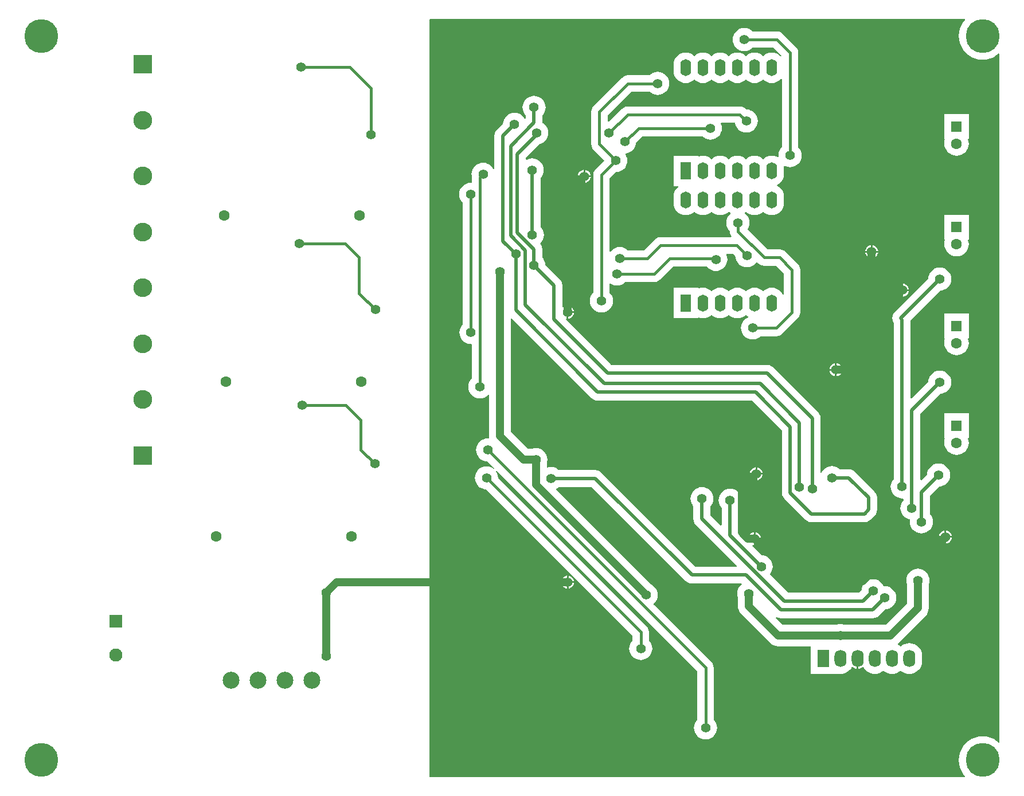
<source format=gtl>
G04*
G04 #@! TF.GenerationSoftware,Altium Limited,Altium Designer,18.0.7 (293)*
G04*
G04 Layer_Physical_Order=1*
G04 Layer_Color=255*
%FSTAX24Y24*%
%MOIN*%
G70*
G01*
G75*
%ADD24C,0.0472*%
%ADD25C,0.0197*%
%ADD26C,0.0157*%
%ADD27C,0.0630*%
%ADD28R,0.1093X0.1093*%
%ADD29C,0.1093*%
%ADD30R,0.0630X0.0984*%
%ADD31O,0.0630X0.0984*%
%ADD32C,0.0984*%
%ADD33C,0.0768*%
%ADD34R,0.0768X0.0768*%
%ADD35O,0.0700X0.1000*%
%ADD36R,0.0700X0.1000*%
%ADD37R,0.0630X0.0630*%
%ADD38C,0.0551*%
%ADD39C,0.1969*%
G36*
X05689Y051996D02*
X056788Y051877D01*
X056675Y051692D01*
X056592Y051492D01*
X056541Y051281D01*
X056524Y051065D01*
X056541Y050849D01*
X056592Y050638D01*
X056675Y050437D01*
X056788Y050253D01*
X056929Y050088D01*
X057094Y049947D01*
X057279Y049833D01*
X057479Y04975D01*
X05769Y0497D01*
X057906Y049683D01*
X058123Y0497D01*
X058333Y04975D01*
X058534Y049833D01*
X058719Y049947D01*
X058838Y050048D01*
X058888Y050025D01*
X058888Y009979D01*
X058838Y009956D01*
X058719Y010057D01*
X058534Y010171D01*
X058333Y010254D01*
X058123Y010304D01*
X057906Y010321D01*
X05769Y010304D01*
X057479Y010254D01*
X057279Y010171D01*
X057094Y010057D01*
X056929Y009916D01*
X056788Y009751D01*
X056675Y009566D01*
X056592Y009366D01*
X056541Y009155D01*
X056524Y008939D01*
X056541Y008723D01*
X056592Y008512D01*
X056675Y008311D01*
X056788Y008127D01*
X05689Y008008D01*
X056867Y007958D01*
X025756D01*
X025741Y052011D01*
X025777Y052046D01*
X056867D01*
X05689Y051996D01*
D02*
G37*
%LPC*%
G36*
X044051Y051529D02*
X04392Y051516D01*
X043794Y051478D01*
X043678Y051415D01*
X043576Y051332D01*
X043492Y05123D01*
X04343Y051114D01*
X043392Y050988D01*
X043379Y050856D01*
X043392Y050725D01*
X04343Y050599D01*
X043492Y050483D01*
X043576Y050381D01*
X043678Y050297D01*
X043794Y050235D01*
X04392Y050197D01*
X044051Y050184D01*
X044182Y050197D01*
X044309Y050235D01*
X044425Y050297D01*
X044516Y050372D01*
X044524Y050378D01*
X044526Y05038D01*
X045753D01*
X046222Y049911D01*
X046219Y049885D01*
X046166Y04987D01*
X04615Y04989D01*
X046042Y049979D01*
X045919Y050045D01*
X045785Y050085D01*
X045646Y050099D01*
X045507Y050085D01*
X045374Y050045D01*
X04525Y049979D01*
X045146Y049893D01*
X045042Y049979D01*
X044919Y050045D01*
X044785Y050085D01*
X044646Y050099D01*
X044507Y050085D01*
X044373Y050045D01*
X04425Y049979D01*
X044146Y049893D01*
X044042Y049979D01*
X043919Y050045D01*
X043785Y050085D01*
X043646Y050099D01*
X043507Y050085D01*
X043373Y050045D01*
X04325Y049979D01*
X043146Y049893D01*
X043042Y049979D01*
X042919Y050045D01*
X042785Y050085D01*
X042646Y050099D01*
X042507Y050085D01*
X042373Y050045D01*
X04225Y049979D01*
X042146Y049893D01*
X042042Y049979D01*
X041919Y050045D01*
X041785Y050085D01*
X041646Y050099D01*
X041507Y050085D01*
X041374Y050045D01*
X04125Y049979D01*
X041146Y049893D01*
X041042Y049979D01*
X040919Y050045D01*
X040785Y050085D01*
X040646Y050099D01*
X040507Y050085D01*
X040374Y050045D01*
X04025Y049979D01*
X040142Y04989D01*
X040054Y049783D01*
X039988Y049659D01*
X039948Y049526D01*
X039934Y049387D01*
Y049033D01*
X039948Y048894D01*
X039988Y04876D01*
X040054Y048637D01*
X040142Y048529D01*
X04025Y048441D01*
X040374Y048375D01*
X040507Y048334D01*
X040646Y048321D01*
X040785Y048334D01*
X040919Y048375D01*
X041042Y048441D01*
X041146Y048526D01*
X04125Y048441D01*
X041374Y048375D01*
X041507Y048334D01*
X041646Y048321D01*
X041785Y048334D01*
X041919Y048375D01*
X042042Y048441D01*
X042146Y048526D01*
X04225Y048441D01*
X042373Y048375D01*
X042507Y048334D01*
X042646Y048321D01*
X042785Y048334D01*
X042919Y048375D01*
X043042Y048441D01*
X043146Y048526D01*
X04325Y048441D01*
X043373Y048375D01*
X043507Y048334D01*
X043646Y048321D01*
X043785Y048334D01*
X043919Y048375D01*
X044042Y048441D01*
X044146Y048526D01*
X04425Y048441D01*
X044373Y048375D01*
X044507Y048334D01*
X044646Y048321D01*
X044785Y048334D01*
X044919Y048375D01*
X045042Y048441D01*
X045146Y048526D01*
X04525Y048441D01*
X045374Y048375D01*
X045507Y048334D01*
X045646Y048321D01*
X045785Y048334D01*
X045919Y048375D01*
X046042Y048441D01*
X04615Y048529D01*
X046185Y048572D01*
X046232Y048556D01*
Y044579D01*
X04623Y044577D01*
X046224Y044569D01*
X046149Y044478D01*
X046087Y044362D01*
X046049Y044236D01*
X046036Y044104D01*
X046043Y044035D01*
X045996Y044004D01*
X045919Y044045D01*
X045785Y044085D01*
X045646Y044099D01*
X045507Y044085D01*
X045374Y044045D01*
X04525Y043979D01*
X045146Y043893D01*
X045042Y043979D01*
X044919Y044045D01*
X044785Y044085D01*
X044646Y044099D01*
X044507Y044085D01*
X044373Y044045D01*
X04425Y043979D01*
X044146Y043893D01*
X044042Y043979D01*
X043919Y044045D01*
X043785Y044085D01*
X043646Y044099D01*
X043507Y044085D01*
X043373Y044045D01*
X04325Y043979D01*
X043146Y043893D01*
X043042Y043979D01*
X042919Y044045D01*
X042785Y044085D01*
X042646Y044099D01*
X042507Y044085D01*
X042373Y044045D01*
X04225Y043979D01*
X042146Y043893D01*
X042042Y043979D01*
X041919Y044045D01*
X041785Y044085D01*
X041646Y044099D01*
X041507Y044085D01*
X041405Y044054D01*
X041355Y044089D01*
Y044096D01*
X039937D01*
Y042324D01*
X040202D01*
X04022Y042274D01*
X040142Y04221D01*
X040054Y042102D01*
X039988Y041979D01*
X039948Y041846D01*
X039934Y041707D01*
Y041352D01*
X039948Y041213D01*
X039988Y04108D01*
X040054Y040957D01*
X040142Y040849D01*
X04025Y04076D01*
X040374Y040694D01*
X040507Y040654D01*
X040646Y04064D01*
X040785Y040654D01*
X040919Y040694D01*
X041042Y04076D01*
X041146Y040846D01*
X04125Y04076D01*
X041374Y040694D01*
X041507Y040654D01*
X041646Y04064D01*
X041785Y040654D01*
X041919Y040694D01*
X042042Y04076D01*
X042146Y040846D01*
X04225Y04076D01*
X042373Y040694D01*
X042507Y040654D01*
X042646Y04064D01*
X042785Y040654D01*
X042919Y040694D01*
X043042Y04076D01*
X043146Y040846D01*
X04324Y040769D01*
X04325Y040712D01*
X043202Y040672D01*
X043118Y04057D01*
X043056Y040454D01*
X043018Y040328D01*
X043005Y040197D01*
X043018Y040066D01*
X043056Y039939D01*
X043118Y039823D01*
X043193Y039732D01*
X043199Y039724D01*
X043201Y039722D01*
Y039695D01*
X043217Y039572D01*
X043264Y039457D01*
X043305Y039404D01*
X04328Y039354D01*
X039169D01*
X039046Y039338D01*
X038931Y039291D01*
X038832Y039215D01*
X038204Y038587D01*
X037292D01*
X03729Y038589D01*
X037282Y038595D01*
X037191Y038669D01*
X037074Y038732D01*
X036948Y03877D01*
X036817Y038783D01*
X036686Y03877D01*
X03656Y038732D01*
X036443Y038669D01*
X036341Y038586D01*
X036271Y038501D01*
X036221Y038518D01*
Y042786D01*
X036572Y043136D01*
X036575Y043136D01*
X036585Y043138D01*
X036702Y043149D01*
X036828Y043188D01*
X036944Y04325D01*
X037046Y043334D01*
X03713Y043435D01*
X037192Y043552D01*
X03723Y043678D01*
X037243Y043809D01*
X03723Y04394D01*
X037192Y044066D01*
X03713Y044183D01*
X037152Y044234D01*
X037233Y044242D01*
X03736Y04428D01*
X037476Y044343D01*
X037578Y044426D01*
X037661Y044528D01*
X037724Y044644D01*
X037762Y044771D01*
X037773Y044888D01*
X037775Y044898D01*
X037775Y044901D01*
X038097Y045222D01*
X041598D01*
X0416Y04522D01*
X041608Y045214D01*
X041699Y04514D01*
X041815Y045077D01*
X041942Y045039D01*
X042073Y045026D01*
X042204Y045039D01*
X04233Y045077D01*
X042446Y04514D01*
X042548Y045223D01*
X042632Y045325D01*
X042694Y045441D01*
X042732Y045568D01*
X042745Y045699D01*
X042732Y04583D01*
X042694Y045956D01*
X042688Y045967D01*
X042714Y04601D01*
X043507D01*
X04351Y045981D01*
X043548Y045855D01*
X04361Y045739D01*
X043694Y045637D01*
X043796Y045553D01*
X043912Y045491D01*
X044038Y045453D01*
X044169Y04544D01*
X0443Y045453D01*
X044427Y045491D01*
X044543Y045553D01*
X044645Y045637D01*
X044728Y045739D01*
X044791Y045855D01*
X044829Y045981D01*
X044842Y046112D01*
X044829Y046243D01*
X044791Y04637D01*
X044728Y046486D01*
X044645Y046588D01*
X044543Y046671D01*
X044427Y046734D01*
X0443Y046772D01*
X044183Y046783D01*
X044174Y046785D01*
X044171Y046785D01*
X044132Y046823D01*
X044034Y046899D01*
X043919Y046947D01*
X043795Y046963D01*
X03727D01*
X037146Y046947D01*
X037031Y046899D01*
X036933Y046823D01*
X036184Y046074D01*
X036181Y046074D01*
X036171Y046073D01*
X03614Y04607D01*
X036102Y046103D01*
Y046446D01*
X037477Y047821D01*
X038537D01*
X038539Y047819D01*
X038547Y047813D01*
X038638Y047738D01*
X038754Y047676D01*
X038881Y047638D01*
X039012Y047625D01*
X039143Y047638D01*
X039269Y047676D01*
X039385Y047738D01*
X039487Y047822D01*
X039571Y047924D01*
X039633Y04804D01*
X039671Y048166D01*
X039684Y048297D01*
X039671Y048428D01*
X039633Y048555D01*
X039571Y048671D01*
X039487Y048773D01*
X039385Y048856D01*
X039269Y048919D01*
X039143Y048957D01*
X039012Y04897D01*
X038881Y048957D01*
X038754Y048919D01*
X038638Y048856D01*
X038547Y048782D01*
X038539Y048776D01*
X038537Y048774D01*
X03728D01*
X037156Y048758D01*
X037041Y04871D01*
X036943Y048634D01*
X035289Y046981D01*
X035213Y046882D01*
X035166Y046767D01*
X035149Y046644D01*
Y044774D01*
X035166Y04465D01*
X035213Y044535D01*
X035289Y044437D01*
X0359Y043826D01*
X0359Y043823D01*
X035898Y043813D01*
X035898Y04381D01*
X035408Y04332D01*
X035332Y043221D01*
X035285Y043106D01*
X035268Y042983D01*
Y03613D01*
X035266Y036128D01*
X03526Y03612D01*
X035186Y036029D01*
X035124Y035913D01*
X035085Y035787D01*
X035072Y035656D01*
X035085Y035524D01*
X035124Y035398D01*
X035186Y035282D01*
X035269Y03518D01*
X035371Y035096D01*
X035488Y035034D01*
X035614Y034996D01*
X035745Y034983D01*
X035876Y034996D01*
X036002Y035034D01*
X036119Y035096D01*
X03622Y03518D01*
X036304Y035282D01*
X036366Y035398D01*
X036404Y035524D01*
X036417Y035656D01*
X036404Y035787D01*
X036366Y035913D01*
X036304Y036029D01*
X036229Y03612D01*
X036223Y036128D01*
X036221Y03613D01*
Y036654D01*
X036267Y036676D01*
X036283Y036662D01*
X036399Y0366D01*
X036525Y036562D01*
X036656Y036549D01*
X036788Y036562D01*
X036914Y0366D01*
X03703Y036662D01*
X037121Y036737D01*
X037129Y036743D01*
X037131Y036745D01*
X038812D01*
X038935Y036761D01*
X03905Y036809D01*
X039149Y036885D01*
X039918Y037653D01*
X041866D01*
X041922Y037585D01*
X042024Y037502D01*
X04214Y03744D01*
X042266Y037401D01*
X042398Y037388D01*
X042529Y037401D01*
X042655Y03744D01*
X042771Y037502D01*
X042873Y037585D01*
X042957Y037687D01*
X043019Y037804D01*
X043057Y03793D01*
X04307Y038061D01*
X043057Y038192D01*
X043019Y038318D01*
X042998Y038359D01*
X043023Y038401D01*
X043411D01*
X043526Y038286D01*
X043526Y038283D01*
X043528Y038273D01*
X043539Y038156D01*
X043577Y03803D01*
X04364Y037914D01*
X043723Y037812D01*
X043825Y037728D01*
X043941Y037666D01*
X044068Y037628D01*
X044199Y037615D01*
X04433Y037628D01*
X044456Y037666D01*
X044572Y037728D01*
X044674Y037812D01*
X044738Y037889D01*
X044801Y037897D01*
X044866Y037832D01*
X044964Y037757D01*
X045079Y037709D01*
X045203Y037693D01*
X045911D01*
X04635Y037253D01*
Y036018D01*
X046343Y036013D01*
X046278Y036028D01*
X046238Y036102D01*
X04615Y03621D01*
X046042Y036299D01*
X045919Y036365D01*
X045785Y036405D01*
X045646Y036419D01*
X045507Y036405D01*
X045374Y036365D01*
X04525Y036299D01*
X045146Y036213D01*
X045042Y036299D01*
X044919Y036365D01*
X044785Y036405D01*
X044646Y036419D01*
X044507Y036405D01*
X044373Y036365D01*
X04425Y036299D01*
X044146Y036213D01*
X044042Y036299D01*
X043919Y036365D01*
X043785Y036405D01*
X043646Y036419D01*
X043507Y036405D01*
X043373Y036365D01*
X04325Y036299D01*
X043146Y036213D01*
X043042Y036299D01*
X042919Y036365D01*
X042785Y036405D01*
X042646Y036419D01*
X042507Y036405D01*
X042373Y036365D01*
X04225Y036299D01*
X042146Y036213D01*
X042042Y036299D01*
X041919Y036365D01*
X041785Y036405D01*
X041646Y036419D01*
X041507Y036405D01*
X041405Y036374D01*
X041355Y036409D01*
Y036415D01*
X039937D01*
Y034644D01*
X041355D01*
Y03465D01*
X041405Y034685D01*
X041507Y034654D01*
X041646Y03464D01*
X041785Y034654D01*
X041919Y034694D01*
X042042Y03476D01*
X042146Y034846D01*
X04225Y03476D01*
X042373Y034694D01*
X042507Y034654D01*
X042646Y03464D01*
X042785Y034654D01*
X042919Y034694D01*
X043042Y03476D01*
X043146Y034846D01*
X04325Y03476D01*
X043373Y034694D01*
X043507Y034654D01*
X043646Y03464D01*
X043785Y034654D01*
X043919Y034694D01*
X044042Y03476D01*
X044146Y034846D01*
X04425Y03476D01*
X044281Y034744D01*
X04428Y034732D01*
X04427Y034693D01*
X04416Y034634D01*
X044058Y03455D01*
X043974Y034448D01*
X043912Y034332D01*
X043874Y034206D01*
X043861Y034075D01*
X043874Y033944D01*
X043912Y033817D01*
X043974Y033701D01*
X044058Y033599D01*
X04416Y033516D01*
X044276Y033453D01*
X044402Y033415D01*
X044533Y033402D01*
X044665Y033415D01*
X044791Y033453D01*
X044907Y033516D01*
X044998Y03359D01*
X045006Y033596D01*
X045008Y033598D01*
X045911D01*
X046035Y033615D01*
X04615Y033662D01*
X046248Y033738D01*
X047164Y034653D01*
X047239Y034752D01*
X047287Y034867D01*
X047303Y03499D01*
Y037451D01*
X047287Y037574D01*
X047239Y037689D01*
X047164Y037788D01*
X046445Y038506D01*
X046347Y038582D01*
X046232Y03863D01*
X046108Y038646D01*
X0454D01*
X04423Y039816D01*
X044236Y039823D01*
X044299Y039939D01*
X044337Y040066D01*
X04435Y040197D01*
X044337Y040328D01*
X044299Y040454D01*
X044236Y04057D01*
X044153Y040672D01*
X044083Y04073D01*
Y040794D01*
X044146Y040846D01*
X04425Y04076D01*
X044373Y040694D01*
X044507Y040654D01*
X044646Y04064D01*
X044785Y040654D01*
X044919Y040694D01*
X045042Y04076D01*
X045146Y040846D01*
X04525Y04076D01*
X045374Y040694D01*
X045507Y040654D01*
X045646Y04064D01*
X045785Y040654D01*
X045919Y040694D01*
X046042Y04076D01*
X04615Y040849D01*
X046238Y040957D01*
X046304Y04108D01*
X046344Y041213D01*
X046358Y041352D01*
Y041707D01*
X046344Y041846D01*
X046304Y041979D01*
X046238Y042102D01*
X04615Y04221D01*
X046042Y042299D01*
X045962Y042341D01*
Y042398D01*
X046042Y042441D01*
X04615Y042529D01*
X046238Y042637D01*
X046304Y04276D01*
X046344Y042894D01*
X046358Y043033D01*
Y043387D01*
X046349Y043481D01*
X046396Y043513D01*
X046451Y043483D01*
X046577Y043445D01*
X046709Y043432D01*
X04684Y043445D01*
X046966Y043483D01*
X047082Y043545D01*
X047184Y043629D01*
X047268Y043731D01*
X04733Y043847D01*
X047368Y043973D01*
X047381Y044104D01*
X047368Y044236D01*
X04733Y044362D01*
X047268Y044478D01*
X047193Y044569D01*
X047187Y044577D01*
X047185Y044579D01*
Y050098D01*
X047169Y050222D01*
X047121Y050337D01*
X047046Y050435D01*
X046288Y051193D01*
X046189Y051269D01*
X046074Y051317D01*
X045951Y051333D01*
X044526D01*
X044524Y051335D01*
X044516Y051341D01*
X044425Y051415D01*
X044309Y051478D01*
X044182Y051516D01*
X044051Y051529D01*
D02*
G37*
G36*
X031827Y047574D02*
X031696Y047561D01*
X031569Y047523D01*
X031453Y047461D01*
X031351Y047377D01*
X031268Y047275D01*
X031205Y047159D01*
X031167Y047033D01*
X031154Y046902D01*
X031167Y046771D01*
X031205Y046644D01*
X031268Y046528D01*
X03133Y046452D01*
Y046262D01*
X03128Y04625D01*
X031254Y046299D01*
X03117Y046401D01*
X031069Y046484D01*
X030952Y046547D01*
X030826Y046585D01*
X030695Y046598D01*
X030564Y046585D01*
X030438Y046547D01*
X030321Y046484D01*
X030219Y046401D01*
X030136Y046299D01*
X030074Y046183D01*
X030035Y046056D01*
X030026Y045958D01*
X029675Y045607D01*
X029596Y045504D01*
X029546Y045384D01*
X029529Y045256D01*
Y043302D01*
X029479Y04329D01*
X029428Y043385D01*
X029344Y043487D01*
X029243Y043571D01*
X029126Y043633D01*
X029Y043671D01*
X028869Y043684D01*
X028738Y043671D01*
X028612Y043633D01*
X028495Y043571D01*
X028393Y043487D01*
X02831Y043385D01*
X028248Y043269D01*
X028209Y043143D01*
X028196Y043012D01*
X028201Y042969D01*
X0282Y042964D01*
X028201Y042747D01*
Y042551D01*
X028164Y042517D01*
X028148Y042519D01*
X028017Y042506D01*
X027891Y042468D01*
X027775Y042406D01*
X027673Y042322D01*
X027589Y04222D01*
X027527Y042104D01*
X027489Y041978D01*
X027476Y041846D01*
X027489Y041715D01*
X027527Y041589D01*
X027589Y041473D01*
X027673Y041371D01*
X027679Y041366D01*
X02768Y041365D01*
Y034284D01*
X027678Y034282D01*
X027672Y034274D01*
X027597Y034183D01*
X027535Y034066D01*
X027497Y03394D01*
X027484Y033809D01*
X027497Y033678D01*
X027535Y033552D01*
X027597Y033435D01*
X027681Y033334D01*
X027783Y03325D01*
X027899Y033188D01*
X028025Y033149D01*
X028156Y033137D01*
X028164Y033137D01*
X028201Y033104D01*
Y031128D01*
X028199Y031126D01*
X028193Y031118D01*
X028119Y031027D01*
X028057Y030911D01*
X028018Y030785D01*
X028005Y030654D01*
X028018Y030522D01*
X028057Y030396D01*
X028119Y03028D01*
X028202Y030178D01*
X028304Y030094D01*
X028421Y030032D01*
X028547Y029994D01*
X028678Y029981D01*
X028809Y029994D01*
X028935Y030032D01*
X029052Y030094D01*
X029153Y030178D01*
X029168Y030196D01*
X029215Y030179D01*
Y027776D01*
X029224Y02769D01*
X02918Y027644D01*
X029131Y027649D01*
X029Y027636D01*
X028873Y027598D01*
X028757Y027536D01*
X028655Y027452D01*
X028572Y02735D01*
X028509Y027234D01*
X028471Y027108D01*
X028458Y026976D01*
X028471Y026845D01*
X028509Y026719D01*
X028572Y026603D01*
X028655Y026501D01*
X028757Y026417D01*
X028873Y026355D01*
X029Y026317D01*
X029117Y026305D01*
X029126Y026304D01*
X029129Y026304D01*
X029502Y025931D01*
X029469Y025894D01*
X029437Y025919D01*
X029321Y025982D01*
X029195Y02602D01*
X029064Y026033D01*
X028933Y02602D01*
X028806Y025982D01*
X02869Y025919D01*
X028588Y025836D01*
X028505Y025734D01*
X028442Y025618D01*
X028404Y025491D01*
X028391Y02536D01*
X028404Y025229D01*
X028442Y025103D01*
X028505Y024987D01*
X028588Y024885D01*
X02869Y024801D01*
X028806Y024739D01*
X028933Y024701D01*
X02905Y024689D01*
X02906Y024688D01*
X029063Y024688D01*
X037554Y016196D01*
Y015906D01*
X037552Y015904D01*
X037546Y015896D01*
X037471Y015805D01*
X037409Y015688D01*
X037371Y015562D01*
X037358Y015431D01*
X037371Y0153D01*
X037409Y015174D01*
X037471Y015057D01*
X037555Y014956D01*
X037657Y014872D01*
X037773Y01481D01*
X037899Y014771D01*
X03803Y014759D01*
X038162Y014771D01*
X038288Y01481D01*
X038404Y014872D01*
X038506Y014956D01*
X038589Y015057D01*
X038652Y015174D01*
X03869Y0153D01*
X038703Y015431D01*
X03869Y015562D01*
X038652Y015688D01*
X038589Y015805D01*
X038515Y015896D01*
X038509Y015904D01*
X038507Y015906D01*
Y016394D01*
X038491Y016517D01*
X038443Y016632D01*
X038367Y016731D01*
X029736Y025361D01*
X029736Y025364D01*
X029735Y025374D01*
X029723Y025491D01*
X029685Y025618D01*
X029623Y025734D01*
X029597Y025765D01*
X029634Y025799D01*
X041323Y01411D01*
Y01129D01*
X041321Y011288D01*
X041315Y01128D01*
X041241Y011189D01*
X041179Y011072D01*
X04114Y010946D01*
X041127Y010815D01*
X04114Y010684D01*
X041179Y010558D01*
X041241Y010441D01*
X041324Y010339D01*
X041426Y010256D01*
X041543Y010194D01*
X041669Y010155D01*
X0418Y010142D01*
X041931Y010155D01*
X042057Y010194D01*
X042174Y010256D01*
X042276Y010339D01*
X042359Y010441D01*
X042421Y010558D01*
X04246Y010684D01*
X042473Y010815D01*
X04246Y010946D01*
X042421Y011072D01*
X042359Y011189D01*
X042284Y01128D01*
X042279Y011288D01*
X042277Y01129D01*
Y014307D01*
X04226Y01443D01*
X042213Y014545D01*
X042137Y014644D01*
X038791Y01799D01*
X038794Y01804D01*
X038828Y018068D01*
X038912Y01817D01*
X038974Y018286D01*
X039012Y018412D01*
X039025Y018543D01*
X039012Y018675D01*
X038974Y018801D01*
X038912Y018917D01*
X038828Y019019D01*
X038726Y019102D01*
X038645Y019146D01*
X033117Y024674D01*
X033124Y024723D01*
X033185Y024756D01*
X033261Y024819D01*
X035184D01*
X040649Y019354D01*
X040752Y019275D01*
X040872Y019225D01*
X041Y019208D01*
X043886D01*
X043903Y019158D01*
X043841Y019107D01*
X043758Y019006D01*
X043696Y018889D01*
X043657Y018763D01*
X043644Y018632D01*
X043657Y018501D01*
X043684Y018413D01*
Y017894D01*
X043696Y01777D01*
X043732Y017651D01*
X043791Y017542D01*
X043869Y017446D01*
X045572Y015743D01*
X045572Y015743D01*
X045668Y015665D01*
X045777Y015606D01*
X045896Y01557D01*
X04602Y015558D01*
X04602Y015558D01*
X047901D01*
Y013956D01*
X049388D01*
Y013959D01*
X049428Y013988D01*
X049499Y013967D01*
X049644Y013953D01*
X04979Y013967D01*
X04993Y01401D01*
X05006Y014079D01*
X050173Y014172D01*
X050266Y014285D01*
X050294Y014338D01*
X050359Y014352D01*
X050418Y014307D01*
X050527Y014262D01*
X050594Y014253D01*
Y01485D01*
X050694D01*
Y014253D01*
X050762Y014262D01*
X050871Y014307D01*
X05093Y014352D01*
X050995Y014338D01*
X051023Y014285D01*
X051116Y014172D01*
X051229Y014079D01*
X051359Y01401D01*
X051499Y013967D01*
X051644Y013953D01*
X05179Y013967D01*
X05193Y01401D01*
X05206Y014079D01*
X052144Y014148D01*
X052229Y014079D01*
X052359Y01401D01*
X052499Y013967D01*
X052644Y013953D01*
X05279Y013967D01*
X05293Y01401D01*
X05306Y014079D01*
X053144Y014148D01*
X053229Y014079D01*
X053359Y01401D01*
X053499Y013967D01*
X053644Y013953D01*
X05379Y013967D01*
X05393Y01401D01*
X05406Y014079D01*
X054173Y014172D01*
X054266Y014285D01*
X054335Y014414D01*
X054377Y014554D01*
X054392Y0147D01*
Y015D01*
X054377Y015146D01*
X054335Y015286D01*
X054266Y015415D01*
X054173Y015528D01*
X05406Y015621D01*
X05393Y01569D01*
X05379Y015733D01*
X053644Y015747D01*
X053499Y015733D01*
X053359Y01569D01*
X053229Y015621D01*
X053144Y015552D01*
X05306Y015621D01*
X052975Y015667D01*
X05297Y015716D01*
X053003Y015743D01*
X054587Y017328D01*
X054666Y017424D01*
X054725Y017533D01*
X054761Y017652D01*
X054773Y017776D01*
X054773Y017776D01*
Y019181D01*
X054799Y019268D01*
X054812Y0194D01*
X054799Y019531D01*
X054761Y019657D01*
X054699Y019773D01*
X054615Y019875D01*
X054513Y019959D01*
X054397Y020021D01*
X054271Y020059D01*
X05414Y020072D01*
X054009Y020059D01*
X053882Y020021D01*
X053766Y019959D01*
X053664Y019875D01*
X053581Y019773D01*
X053518Y019657D01*
X05348Y019531D01*
X053467Y0194D01*
X05348Y019268D01*
X053507Y019181D01*
Y018038D01*
X052293Y016824D01*
X049851D01*
X049763Y016851D01*
X049632Y016863D01*
X049501Y016851D01*
X049413Y016824D01*
X046282D01*
X045887Y017219D01*
X045919Y017257D01*
X046039Y017208D01*
X046167Y017191D01*
X051522D01*
X05165Y017208D01*
X05177Y017257D01*
X051873Y017336D01*
X052253Y017717D01*
X052352Y017726D01*
X052478Y017764D01*
X052594Y017827D01*
X052696Y01791D01*
X05278Y018012D01*
X052842Y018128D01*
X05288Y018255D01*
X052893Y018386D01*
X05288Y018517D01*
X052842Y018643D01*
X05278Y018759D01*
X052696Y018861D01*
X052594Y018945D01*
X052478Y019007D01*
X052352Y019045D01*
X05222Y019058D01*
X05216Y019052D01*
X052101Y019163D01*
X052017Y019265D01*
X051915Y019349D01*
X051799Y019411D01*
X051673Y019449D01*
X051541Y019462D01*
X05141Y019449D01*
X051284Y019411D01*
X051168Y019349D01*
X051066Y019265D01*
X050982Y019163D01*
X05092Y019047D01*
X050882Y018921D01*
X050872Y018822D01*
X050725Y018676D01*
X046599D01*
X04553Y019745D01*
X045595Y019823D01*
X045657Y019939D01*
X045695Y020066D01*
X045708Y020197D01*
X045695Y020328D01*
X045657Y020454D01*
X045595Y02057D01*
X045511Y020672D01*
X045409Y020756D01*
X045293Y020818D01*
X045167Y020856D01*
X045068Y020866D01*
X044514Y02142D01*
X044543Y021462D01*
X044549Y02146D01*
X044597Y021453D01*
Y021776D01*
X044274D01*
X044281Y021728D01*
X044283Y021722D01*
X044241Y021694D01*
X043726Y022209D01*
Y023603D01*
X043788Y02368D01*
X04385Y023796D01*
X043889Y023922D01*
X043902Y024053D01*
X043889Y024184D01*
X04385Y024311D01*
X043788Y024427D01*
X043705Y024529D01*
X043603Y024612D01*
X043486Y024674D01*
X04336Y024713D01*
X043229Y024726D01*
X043098Y024713D01*
X042972Y024674D01*
X042856Y024612D01*
X042754Y024529D01*
X04267Y024427D01*
X042608Y024311D01*
X04257Y024184D01*
X042557Y024053D01*
X04257Y023922D01*
X042608Y023796D01*
X04267Y02368D01*
X042733Y023603D01*
Y022607D01*
X042687Y022588D01*
X042087Y023188D01*
Y023694D01*
X04215Y02377D01*
X042212Y023886D01*
X04225Y024012D01*
X042263Y024144D01*
X04225Y024275D01*
X042212Y024401D01*
X04215Y024517D01*
X042066Y024619D01*
X041964Y024703D01*
X041848Y024765D01*
X041722Y024803D01*
X041591Y024816D01*
X041459Y024803D01*
X041333Y024765D01*
X041217Y024703D01*
X041115Y024619D01*
X041031Y024517D01*
X040969Y024401D01*
X040931Y024275D01*
X040918Y024144D01*
X040931Y024012D01*
X040969Y023886D01*
X041031Y02377D01*
X041094Y023694D01*
Y022982D01*
X041111Y022854D01*
X041161Y022734D01*
X04124Y022631D01*
X043624Y020247D01*
X043604Y020201D01*
X041206D01*
X035741Y025666D01*
X035638Y025745D01*
X035518Y025794D01*
X03539Y025811D01*
X033261D01*
X033185Y025874D01*
X033068Y025936D01*
X032942Y025975D01*
X032811Y025987D01*
X03268Y025975D01*
X032608Y025953D01*
X032568Y025983D01*
Y026198D01*
X032595Y026286D01*
X032608Y026417D01*
X032595Y026549D01*
X032556Y026675D01*
X032494Y026791D01*
X032411Y026893D01*
X032309Y026977D01*
X032192Y027039D01*
X032066Y027077D01*
X031935Y02709D01*
X031804Y027077D01*
X031716Y02705D01*
X031469D01*
X030481Y028038D01*
Y034623D01*
X030528Y034642D01*
X035177Y029994D01*
X035279Y029915D01*
X035399Y029865D01*
X035528Y029848D01*
X044505D01*
X046232Y028121D01*
Y024488D01*
X046249Y02436D01*
X046298Y02424D01*
X046377Y024137D01*
X047598Y022917D01*
X047701Y022838D01*
X04782Y022788D01*
X047949Y022771D01*
X051039D01*
X051168Y022788D01*
X051288Y022838D01*
X05139Y022917D01*
X051627Y023153D01*
X051627Y023153D01*
X051705Y023256D01*
X051755Y023375D01*
X051772Y023504D01*
X051772Y023504D01*
Y024213D01*
X051772Y024213D01*
X051755Y024341D01*
X051705Y024461D01*
X051627Y024564D01*
X051627Y024564D01*
X050475Y025715D01*
X050372Y025794D01*
X050252Y025844D01*
X050124Y025861D01*
X0496D01*
X049523Y025923D01*
X049407Y025986D01*
X049281Y026024D01*
X04915Y026037D01*
X049018Y026024D01*
X048892Y025986D01*
X048776Y025923D01*
X048674Y02584D01*
X04859Y025738D01*
X048544Y025652D01*
X048494Y025664D01*
Y028819D01*
X048494Y028819D01*
X048477Y028947D01*
X048428Y029067D01*
X048349Y02917D01*
X048349Y02917D01*
X045731Y031788D01*
X045628Y031867D01*
X045508Y031916D01*
X04538Y031933D01*
X036324D01*
X033686Y034571D01*
X033709Y034619D01*
X033716Y034618D01*
Y03499D01*
Y035362D01*
X033668Y035356D01*
X033576Y035318D01*
X033515Y035271D01*
X033465Y035293D01*
Y03656D01*
X033448Y036688D01*
X033398Y036808D01*
X033319Y036911D01*
X032476Y037754D01*
X032467Y037853D01*
X032428Y037979D01*
X032366Y038095D01*
X032303Y038172D01*
Y038661D01*
X032303Y038661D01*
X032287Y03879D01*
X032237Y03891D01*
X032176Y038989D01*
X032204Y039013D01*
X032288Y039115D01*
X03235Y039231D01*
X032388Y039357D01*
X032401Y039488D01*
X032388Y039619D01*
X03235Y039746D01*
X032288Y039862D01*
X032225Y039938D01*
Y042828D01*
X03223Y042836D01*
X032278Y042894D01*
X03234Y04301D01*
X032378Y043137D01*
X032391Y043268D01*
X032378Y043399D01*
X03234Y043525D01*
X032278Y043641D01*
X032194Y043743D01*
X032092Y043827D01*
X031976Y043889D01*
X03185Y043927D01*
X031718Y04394D01*
X031587Y043927D01*
X031461Y043889D01*
X031401Y043857D01*
X031359Y043883D01*
Y043987D01*
X032131Y04476D01*
X032139Y044766D01*
X032152Y044774D01*
X032171Y044782D01*
X032183Y044785D01*
X032203Y044795D01*
X032238Y044806D01*
X032355Y044868D01*
X032457Y044952D01*
X03254Y045054D01*
X032602Y04517D01*
X032641Y045296D01*
X032654Y045427D01*
X032641Y045558D01*
X032602Y045685D01*
X03254Y045801D01*
X032457Y045903D01*
X032355Y045986D01*
X032323Y046003D01*
X032323Y046004D01*
Y046452D01*
X032386Y046528D01*
X032448Y046644D01*
X032486Y046771D01*
X032499Y046902D01*
X032486Y047033D01*
X032448Y047159D01*
X032386Y047275D01*
X032302Y047377D01*
X0322Y047461D01*
X032084Y047523D01*
X031958Y047561D01*
X031827Y047574D01*
D02*
G37*
G36*
X057103Y046509D02*
X055686D01*
Y045091D01*
X055692D01*
X055727Y045041D01*
X055696Y044939D01*
X055682Y0448D01*
X055696Y044661D01*
X055737Y044527D01*
X055802Y044404D01*
X055891Y044296D01*
X055999Y044208D01*
X056122Y044142D01*
X056256Y044102D01*
X056394Y044088D01*
X056533Y044102D01*
X056667Y044142D01*
X05679Y044208D01*
X056898Y044296D01*
X056987Y044404D01*
X057052Y044527D01*
X057093Y044661D01*
X057107Y0448D01*
X057093Y044939D01*
X057062Y045041D01*
X057097Y045091D01*
X057103D01*
Y046509D01*
D02*
G37*
G36*
X034807Y043273D02*
Y042951D01*
X03513D01*
X035123Y042999D01*
X035086Y043091D01*
X035025Y043169D01*
X034947Y043229D01*
X034856Y043267D01*
X034807Y043273D01*
D02*
G37*
G36*
X034707D02*
X034659Y043267D01*
X034568Y043229D01*
X03449Y043169D01*
X034429Y043091D01*
X034392Y042999D01*
X034385Y042951D01*
X034707D01*
Y043273D01*
D02*
G37*
G36*
X03513Y042851D02*
X034807D01*
Y042529D01*
X034856Y042535D01*
X034947Y042573D01*
X035025Y042633D01*
X035086Y042712D01*
X035123Y042803D01*
X03513Y042851D01*
D02*
G37*
G36*
X034707D02*
X034385D01*
X034392Y042803D01*
X034429Y042712D01*
X03449Y042633D01*
X034568Y042573D01*
X034659Y042535D01*
X034707Y042529D01*
Y042851D01*
D02*
G37*
G36*
X051509Y03888D02*
Y038558D01*
X051832D01*
X051825Y038606D01*
X051788Y038697D01*
X051727Y038776D01*
X051649Y038836D01*
X051557Y038874D01*
X051509Y03888D01*
D02*
G37*
G36*
X051409D02*
X051361Y038874D01*
X05127Y038836D01*
X051192Y038776D01*
X051131Y038697D01*
X051094Y038606D01*
X051087Y038558D01*
X051409D01*
Y03888D01*
D02*
G37*
G36*
X057103Y040659D02*
X055686D01*
Y039241D01*
X055692D01*
X055727Y039191D01*
X055696Y039089D01*
X055682Y03895D01*
X055696Y038811D01*
X055737Y038677D01*
X055802Y038554D01*
X055891Y038446D01*
X055999Y038358D01*
X056122Y038292D01*
X056256Y038252D01*
X056394Y038238D01*
X056533Y038252D01*
X056667Y038292D01*
X05679Y038358D01*
X056898Y038446D01*
X056987Y038554D01*
X057052Y038677D01*
X057093Y038811D01*
X057107Y03895D01*
X057093Y039089D01*
X057062Y039191D01*
X057097Y039241D01*
X057103D01*
Y040659D01*
D02*
G37*
G36*
X051832Y038458D02*
X051509D01*
Y038136D01*
X051557Y038142D01*
X051649Y03818D01*
X051727Y03824D01*
X051788Y038318D01*
X051825Y03841D01*
X051832Y038458D01*
D02*
G37*
G36*
X051409D02*
X051087D01*
X051094Y03841D01*
X051131Y038318D01*
X051192Y03824D01*
X05127Y03818D01*
X051361Y038142D01*
X051409Y038136D01*
Y038458D01*
D02*
G37*
G36*
X053294Y036642D02*
Y03632D01*
X053616D01*
X05361Y036368D01*
X053572Y036459D01*
X053512Y036538D01*
X053434Y036598D01*
X053342Y036636D01*
X053294Y036642D01*
D02*
G37*
G36*
X053194D02*
X053146Y036636D01*
X053055Y036598D01*
X052976Y036538D01*
X052916Y036459D01*
X052878Y036368D01*
X052872Y03632D01*
X053194D01*
Y036642D01*
D02*
G37*
G36*
X053616Y03622D02*
X053294D01*
Y035897D01*
X053342Y035904D01*
X053434Y035942D01*
X053512Y036002D01*
X053572Y03608D01*
X05361Y036172D01*
X053616Y03622D01*
D02*
G37*
G36*
X053194D02*
X052872D01*
X052878Y036172D01*
X052916Y03608D01*
X052976Y036002D01*
X053055Y035942D01*
X053146Y035904D01*
X053194Y035897D01*
Y03622D01*
D02*
G37*
G36*
X033816Y035362D02*
Y03504D01*
X034138D01*
X034132Y035088D01*
X034094Y03518D01*
X034034Y035258D01*
X033955Y035318D01*
X033864Y035356D01*
X033816Y035362D01*
D02*
G37*
G36*
X034138Y03494D02*
X033816D01*
Y034618D01*
X033864Y034624D01*
X033955Y034662D01*
X034034Y034722D01*
X034094Y034801D01*
X034132Y034892D01*
X034138Y03494D01*
D02*
G37*
G36*
X057103Y034909D02*
X055686D01*
Y033491D01*
X055692D01*
X055727Y033441D01*
X055696Y033339D01*
X055682Y0332D01*
X055696Y033061D01*
X055737Y032927D01*
X055802Y032804D01*
X055891Y032696D01*
X055999Y032608D01*
X056122Y032542D01*
X056256Y032502D01*
X056394Y032488D01*
X056533Y032502D01*
X056667Y032542D01*
X05679Y032608D01*
X056898Y032696D01*
X056987Y032804D01*
X057052Y032927D01*
X057093Y033061D01*
X057107Y0332D01*
X057093Y033339D01*
X057062Y033441D01*
X057097Y033491D01*
X057103D01*
Y034909D01*
D02*
G37*
G36*
X049426Y032016D02*
Y031694D01*
X049748D01*
X049742Y031742D01*
X049704Y031833D01*
X049644Y031912D01*
X049565Y031972D01*
X049474Y03201D01*
X049426Y032016D01*
D02*
G37*
G36*
X049326D02*
X049278Y03201D01*
X049187Y031972D01*
X049108Y031912D01*
X049048Y031833D01*
X04901Y031742D01*
X049004Y031694D01*
X049326D01*
Y032016D01*
D02*
G37*
G36*
X049748Y031594D02*
X049426D01*
Y031271D01*
X049474Y031278D01*
X049565Y031316D01*
X049644Y031376D01*
X049704Y031454D01*
X049742Y031546D01*
X049748Y031594D01*
D02*
G37*
G36*
X049326D02*
X049004D01*
X04901Y031546D01*
X049048Y031454D01*
X049108Y031376D01*
X049187Y031316D01*
X049278Y031278D01*
X049326Y031271D01*
Y031594D01*
D02*
G37*
G36*
X057103Y029109D02*
X055686D01*
Y027691D01*
X055692D01*
X055727Y027641D01*
X055696Y027539D01*
X055682Y0274D01*
X055696Y027261D01*
X055737Y027127D01*
X055802Y027004D01*
X055891Y026896D01*
X055999Y026808D01*
X056122Y026742D01*
X056256Y026702D01*
X056394Y026688D01*
X056533Y026702D01*
X056667Y026742D01*
X05679Y026808D01*
X056898Y026896D01*
X056987Y027004D01*
X057052Y027127D01*
X057093Y027261D01*
X057107Y0274D01*
X057093Y027539D01*
X057062Y027641D01*
X057097Y027691D01*
X057103D01*
Y029109D01*
D02*
G37*
G36*
X0448Y025973D02*
Y02565D01*
X045122D01*
X045116Y025698D01*
X045078Y02579D01*
X045018Y025868D01*
X044939Y025928D01*
X044848Y025966D01*
X0448Y025973D01*
D02*
G37*
G36*
X0447D02*
X044652Y025966D01*
X044561Y025928D01*
X044482Y025868D01*
X044422Y02579D01*
X044384Y025698D01*
X044378Y02565D01*
X0447D01*
Y025973D01*
D02*
G37*
G36*
X045122Y02555D02*
X0448D01*
Y025228D01*
X044848Y025234D01*
X044939Y025272D01*
X045018Y025333D01*
X045078Y025411D01*
X045116Y025502D01*
X045122Y02555D01*
D02*
G37*
G36*
X0447D02*
X044378D01*
X044384Y025502D01*
X044422Y025411D01*
X044482Y025333D01*
X044561Y025272D01*
X044652Y025234D01*
X0447Y025228D01*
Y02555D01*
D02*
G37*
G36*
X05542Y037598D02*
X055289Y037585D01*
X055163Y037547D01*
X055047Y037485D01*
X054945Y037401D01*
X054861Y037299D01*
X054799Y037183D01*
X054761Y037057D01*
X054751Y036958D01*
X052793Y035001D01*
X052715Y034898D01*
X052665Y034778D01*
X052648Y03465D01*
X052665Y034522D01*
X052715Y034402D01*
X052733Y034378D01*
Y025287D01*
X05267Y02521D01*
X052608Y025094D01*
X05257Y024968D01*
X052557Y024837D01*
X05257Y024705D01*
X052608Y024579D01*
X05267Y024463D01*
X052754Y024361D01*
X052856Y024277D01*
X052972Y024215D01*
X053098Y024177D01*
X053229Y024164D01*
X053261Y024167D01*
X053298Y024134D01*
Y02405D01*
X053235Y023974D01*
X053173Y023857D01*
X053135Y023731D01*
X053122Y0236D01*
X053135Y023469D01*
X053173Y023343D01*
X053235Y023226D01*
X053319Y023124D01*
X053421Y023041D01*
X053537Y022979D01*
X053638Y022948D01*
X053664Y022939D01*
X053681Y022888D01*
X053672Y0228D01*
X053685Y022669D01*
X053723Y022543D01*
X053785Y022426D01*
X053869Y022324D01*
X053971Y022241D01*
X054087Y022179D01*
X054213Y02214D01*
X054344Y022127D01*
X054476Y02214D01*
X054602Y022179D01*
X054718Y022241D01*
X05482Y022324D01*
X054904Y022426D01*
X054966Y022543D01*
X055004Y022669D01*
X055017Y0228D01*
X055004Y022931D01*
X054966Y023057D01*
X054904Y023174D01*
X054841Y02325D01*
Y02432D01*
X055377Y024856D01*
X055476Y024866D01*
X055602Y024904D01*
X055718Y024967D01*
X05582Y02505D01*
X055904Y025152D01*
X055966Y025268D01*
X056004Y025395D01*
X056017Y025526D01*
X056004Y025657D01*
X055966Y025783D01*
X055904Y025899D01*
X05582Y026001D01*
X055718Y026085D01*
X055602Y026147D01*
X055476Y026185D01*
X055344Y026198D01*
X055213Y026185D01*
X055087Y026147D01*
X054971Y026085D01*
X054869Y026001D01*
X054785Y025899D01*
X054723Y025783D01*
X054685Y025657D01*
X054675Y025558D01*
X054337Y02522D01*
X054291Y025239D01*
Y029094D01*
X055453Y030256D01*
X055551Y030266D01*
X055678Y030304D01*
X055794Y030367D01*
X055896Y03045D01*
X055979Y030552D01*
X056042Y030668D01*
X05608Y030795D01*
X056093Y030926D01*
X05608Y031057D01*
X056042Y031183D01*
X055979Y031299D01*
X055896Y031401D01*
X055794Y031485D01*
X055678Y031547D01*
X055551Y031585D01*
X05542Y031598D01*
X055289Y031585D01*
X055163Y031547D01*
X055047Y031485D01*
X054945Y031401D01*
X054861Y031299D01*
X054799Y031183D01*
X054761Y031057D01*
X054751Y030958D01*
X053772Y029979D01*
X053726Y029998D01*
Y034529D01*
X055453Y036256D01*
X055551Y036266D01*
X055678Y036304D01*
X055794Y036367D01*
X055896Y03645D01*
X055979Y036552D01*
X056042Y036668D01*
X05608Y036795D01*
X056093Y036926D01*
X05608Y037057D01*
X056042Y037183D01*
X055979Y037299D01*
X055896Y037401D01*
X055794Y037485D01*
X055678Y037547D01*
X055551Y037585D01*
X05542Y037598D01*
D02*
G37*
G36*
X055794Y022301D02*
Y021979D01*
X056116D01*
X05611Y022027D01*
X056072Y022119D01*
X056012Y022197D01*
X055934Y022257D01*
X055842Y022295D01*
X055794Y022301D01*
D02*
G37*
G36*
X055694D02*
X055646Y022295D01*
X055555Y022257D01*
X055476Y022197D01*
X055416Y022119D01*
X055378Y022027D01*
X055372Y021979D01*
X055694D01*
Y022301D01*
D02*
G37*
G36*
X044697Y022198D02*
Y021876D01*
X045019D01*
X045013Y021924D01*
X044975Y022015D01*
X044914Y022094D01*
X044836Y022154D01*
X044745Y022192D01*
X044697Y022198D01*
D02*
G37*
G36*
X044597D02*
X044549Y022192D01*
X044457Y022154D01*
X044379Y022094D01*
X044319Y022015D01*
X044281Y021924D01*
X044274Y021876D01*
X044597D01*
Y022198D01*
D02*
G37*
G36*
X056116Y021879D02*
X055794D01*
Y021557D01*
X055842Y021563D01*
X055934Y021601D01*
X056012Y021661D01*
X056072Y02174D01*
X05611Y021831D01*
X056116Y021879D01*
D02*
G37*
G36*
X055694D02*
X055372D01*
X055378Y021831D01*
X055416Y02174D01*
X055476Y021661D01*
X055555Y021601D01*
X055646Y021563D01*
X055694Y021557D01*
Y021879D01*
D02*
G37*
G36*
X045019Y021776D02*
X044697D01*
Y021453D01*
X044745Y02146D01*
X044836Y021498D01*
X044914Y021558D01*
X044975Y021636D01*
X045013Y021728D01*
X045019Y021776D01*
D02*
G37*
G36*
X03384Y019669D02*
Y019347D01*
X034162D01*
X034156Y019395D01*
X034118Y019487D01*
X034058Y019565D01*
X03398Y019625D01*
X033888Y019663D01*
X03384Y019669D01*
D02*
G37*
G36*
X03374D02*
X033692Y019663D01*
X033601Y019625D01*
X033522Y019565D01*
X033462Y019487D01*
X033424Y019395D01*
X033418Y019347D01*
X03374D01*
Y019669D01*
D02*
G37*
G36*
X034162Y019247D02*
X03384D01*
Y018925D01*
X033888Y018931D01*
X03398Y018969D01*
X034058Y019029D01*
X034118Y019108D01*
X034156Y019199D01*
X034162Y019247D01*
D02*
G37*
G36*
X03374D02*
X033418D01*
X033424Y019199D01*
X033462Y019108D01*
X033522Y019029D01*
X033601Y018969D01*
X033692Y018931D01*
X03374Y018925D01*
Y019247D01*
D02*
G37*
%LPD*%
D24*
X050941Y01935D02*
X052526Y020935D01*
X047122Y01935D02*
X050941D01*
X044647Y021826D02*
X047122Y01935D01*
X051459Y038054D02*
X053244Y03627D01*
X051459Y038054D02*
Y038508D01*
X019757Y014982D02*
Y018701D01*
X020353Y019297D01*
X03379D01*
X031935Y024961D02*
Y026417D01*
Y024961D02*
X038352Y018543D01*
X031207Y026417D02*
X031935D01*
X029848Y027776D02*
X031207Y026417D01*
X029848Y027776D02*
Y037352D01*
X055744Y02186D02*
Y021929D01*
X055715D02*
X055744D01*
X05472Y020935D02*
X055715Y021929D01*
X033766Y041909D02*
X034757Y042901D01*
X033766Y03499D02*
Y041909D01*
X051177Y034203D02*
X053244Y03627D01*
X051177Y032549D02*
Y034203D01*
X050272Y031644D02*
X051177Y032549D01*
X049376Y031644D02*
X050272D01*
X044254Y021826D02*
X044647D01*
X043909Y022171D02*
X044254Y021826D01*
X043909Y02476D02*
X04475Y0256D01*
X043909Y022171D02*
Y02476D01*
X052526Y020935D02*
X05472D01*
X044317Y017894D02*
Y018632D01*
X04602Y016191D02*
X049632D01*
X044317Y017894D02*
X04602Y016191D01*
X05414Y017776D02*
Y0194D01*
X052555Y016191D02*
X05414Y017776D01*
X049632Y016191D02*
X052555D01*
D25*
X041591Y022982D02*
X046394Y018179D01*
X043229Y022003D02*
X045035Y020197D01*
X043229Y022003D02*
Y024053D01*
X030026Y045256D02*
X030695Y045925D01*
X031981Y045312D02*
Y045427D01*
X030862Y044193D02*
X031981Y045312D01*
X053229Y024837D02*
Y034565D01*
X053144Y03465D02*
X053229Y034565D01*
X046394Y018179D02*
X050931D01*
X051541Y018789D01*
X041591Y022982D02*
Y024144D01*
X046167Y017687D02*
X051522D01*
X04415Y019705D02*
X046167Y017687D01*
X041Y019705D02*
X04415D01*
X051522Y017687D02*
X05222Y018386D01*
X03539Y025315D02*
X041Y019705D01*
X054344Y0228D02*
Y024526D01*
X032811Y025315D02*
X03539D01*
X04725Y024823D02*
Y028553D01*
X044967Y030837D02*
X04725Y028553D01*
X035911Y030837D02*
X044967D01*
X047998Y024724D02*
Y028819D01*
X04538Y031437D02*
X047998Y028819D01*
X031325Y035423D02*
X035911Y030837D01*
X035528Y030344D02*
X044711D01*
X030764Y035108D02*
X035528Y030344D01*
X031325Y035423D02*
Y038593D01*
X030478Y039439D02*
X031325Y038593D01*
X030478Y039439D02*
Y044656D01*
X031827Y046004D01*
Y046902D01*
X036118Y031437D02*
X04538D01*
X032968Y034587D02*
X036118Y031437D01*
X030764Y035108D02*
Y038376D01*
X031807Y037721D02*
Y038661D01*
X030026Y039114D02*
X030764Y038376D01*
X031728Y039488D02*
Y043258D01*
X031718Y043268D02*
X031728Y043258D01*
X030026Y039114D02*
Y045256D01*
X030862Y039606D02*
Y044193D01*
Y039606D02*
X031807Y038661D01*
X032968Y034587D02*
Y03656D01*
X031807Y037721D02*
X032968Y03656D01*
X04915Y025364D02*
X050124D01*
X051276Y024213D01*
Y023504D02*
Y024213D01*
X051039Y023268D02*
X051276Y023504D01*
X047949Y023268D02*
X051039D01*
X046728Y024488D02*
X047949Y023268D01*
X046728Y024488D02*
Y028327D01*
X044711Y030344D02*
X046728Y028327D01*
X054344Y024526D02*
X055344Y025526D01*
X053794Y0236D02*
Y0293D01*
X05542Y030926D01*
X053144Y03465D02*
X05542Y036926D01*
D26*
X018351Y029581D02*
X020896D01*
X021757Y02872D01*
X022332Y045325D02*
Y04802D01*
X021113Y049238D02*
X022332Y04802D01*
X018278Y049238D02*
X021113D01*
X028148Y041846D02*
X028156Y041839D01*
Y033809D02*
Y041839D01*
X028678Y030654D02*
Y042821D01*
X028869Y043012D01*
X03803Y015431D02*
Y016394D01*
X029064Y02536D02*
X03803Y016394D01*
X0418Y010815D02*
Y014307D01*
X029131Y026976D02*
X0418Y014307D01*
X035626Y044774D02*
X0366Y043799D01*
X035745Y035656D02*
Y042983D01*
X036571Y043809D01*
X021757Y027D02*
X02258Y026177D01*
X021757Y027D02*
Y02872D01*
X02166Y0361D02*
X022615Y035146D01*
X02166Y0361D02*
Y038189D01*
X020853Y038996D02*
X02166Y038189D01*
X018196Y038996D02*
X020853D01*
X043608Y038878D02*
X044199Y038287D01*
X039169Y038878D02*
X043608D01*
X038402Y03811D02*
X039169Y038878D01*
X036817Y03811D02*
X038402D01*
X036656Y037221D02*
X038812D01*
X03972Y03813D01*
X044533Y034075D02*
X045911D01*
X046827Y03499D01*
X046108Y038169D02*
X046827Y037451D01*
Y03499D02*
Y037451D01*
X03972Y03813D02*
X042329D01*
X042398Y038061D01*
X043677Y039695D02*
Y040197D01*
Y039695D02*
X045203Y038169D01*
X046108D01*
X046709Y044104D02*
Y050098D01*
X045951Y050856D02*
X046709Y050098D01*
X044051Y050856D02*
X045951D01*
X035626Y044774D02*
Y046644D01*
X03728Y048297D01*
X039012D01*
X043795Y046486D02*
X04414Y046142D01*
X03727Y046486D02*
X043795D01*
X036185Y045402D02*
X03727Y046486D01*
X037899Y045699D02*
X042073D01*
X037102Y044902D02*
X037899Y045699D01*
D27*
X021221Y021939D02*
D03*
X013347D02*
D03*
X021792Y030959D02*
D03*
X013918D02*
D03*
X021694Y040624D02*
D03*
X01382D02*
D03*
X056394Y0274D02*
D03*
Y0332D02*
D03*
Y03895D02*
D03*
Y0448D02*
D03*
D28*
X009087Y026656D02*
D03*
Y049419D02*
D03*
D29*
Y029907D02*
D03*
Y033159D02*
D03*
Y036411D02*
D03*
Y039663D02*
D03*
Y042915D02*
D03*
Y046167D02*
D03*
D30*
X040646Y04321D02*
D03*
Y035529D02*
D03*
D31*
X041646Y04321D02*
D03*
X042646D02*
D03*
X043646D02*
D03*
X044646D02*
D03*
X045646D02*
D03*
X040646Y04921D02*
D03*
X041646D02*
D03*
X042646D02*
D03*
X043646D02*
D03*
X044646D02*
D03*
X045646D02*
D03*
X041646Y035529D02*
D03*
X042646D02*
D03*
X043646D02*
D03*
X044646D02*
D03*
X045646D02*
D03*
X040646Y041529D02*
D03*
X041646D02*
D03*
X042646D02*
D03*
X043646D02*
D03*
X044646D02*
D03*
X045646D02*
D03*
D32*
X014202Y013571D02*
D03*
X015776D02*
D03*
X017351D02*
D03*
X018926D02*
D03*
D33*
X007513Y015041D02*
D03*
D34*
Y01701D02*
D03*
D35*
X053644Y01485D02*
D03*
X052644D02*
D03*
X051644D02*
D03*
X050644D02*
D03*
X049644D02*
D03*
D36*
X048644D02*
D03*
D37*
X056394Y0284D02*
D03*
Y0342D02*
D03*
Y03995D02*
D03*
Y0458D02*
D03*
D38*
X043229Y024053D02*
D03*
X030695Y045925D02*
D03*
X031981Y045427D02*
D03*
X053229Y024837D02*
D03*
X018351Y029581D02*
D03*
X029064Y02536D02*
D03*
X022332Y045325D02*
D03*
X018278Y049238D02*
D03*
X051459Y038508D02*
D03*
X028678Y030654D02*
D03*
X028156Y033809D02*
D03*
X028148Y041846D02*
D03*
X028869Y043012D02*
D03*
X03803Y015431D02*
D03*
X0418Y010815D02*
D03*
X029131Y026976D02*
D03*
X019757Y018701D02*
D03*
Y014982D02*
D03*
X035745Y035656D02*
D03*
X03379Y019297D02*
D03*
X02258Y026177D02*
D03*
X022615Y035146D02*
D03*
X018196Y038996D02*
D03*
X038352Y018543D02*
D03*
X055744Y021929D02*
D03*
X044199Y038287D02*
D03*
X036817Y03811D02*
D03*
X04475Y0256D02*
D03*
X044647Y021826D02*
D03*
X031935Y026417D02*
D03*
X029848Y037352D02*
D03*
X045035Y020197D02*
D03*
X044317Y018632D02*
D03*
X051541Y018789D02*
D03*
X041591Y024144D02*
D03*
X05222Y018386D02*
D03*
X049632Y016191D02*
D03*
X05414Y0194D02*
D03*
X032811Y025315D02*
D03*
X04725Y024823D02*
D03*
X031827Y046902D02*
D03*
X031728Y039488D02*
D03*
X030764Y038376D02*
D03*
X031807Y037721D02*
D03*
X04915Y025364D02*
D03*
X047998Y024724D02*
D03*
X033766Y03499D02*
D03*
X034757Y042901D02*
D03*
X053244Y03627D02*
D03*
X049376Y031644D02*
D03*
X044533Y034075D02*
D03*
X031718Y043268D02*
D03*
X042398Y038061D02*
D03*
X043677Y040197D02*
D03*
X036656Y037221D02*
D03*
X046709Y044104D02*
D03*
X044051Y050856D02*
D03*
X036571Y043809D02*
D03*
X039012Y048297D02*
D03*
X044169Y046112D02*
D03*
X036185Y045402D02*
D03*
X042073Y045699D02*
D03*
X037102Y044902D02*
D03*
X05542Y036926D02*
D03*
X053794Y0236D02*
D03*
X05542Y030926D02*
D03*
X054344Y0228D02*
D03*
X055344Y025526D02*
D03*
D39*
X057906Y051065D02*
D03*
Y008939D02*
D03*
X003182D02*
D03*
Y051065D02*
D03*
M02*

</source>
